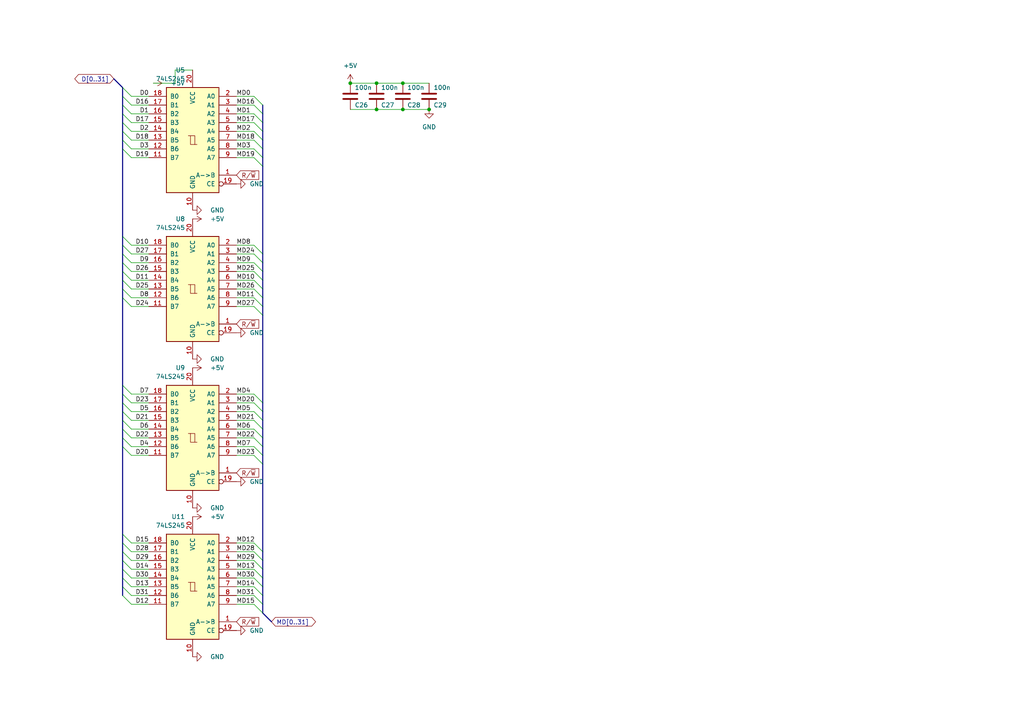
<source format=kicad_sch>
(kicad_sch (version 20231120) (generator "eeschema") (generator_version "8.0")
  (paper "A4")
  (lib_symbols
    (symbol "74xx:74LS245" (pin_names (offset 1.016))
      (property "Reference" "U" (at -7.62 16.51 0))
      (property "Value" "74LS245" (at -7.62 -16.51 0))
      (symbol "74LS245_1_0"
        (polyline (pts (xy -0.635 -1.27) (xy -0.635 1.27) (xy 0.635 1.27)))
        (polyline (pts (xy -1.27 -1.27) (xy 0.635 -1.27) (xy 0.635 1.27) (xy 1.27 1.27)))
        (pin input line (at -12.7 -10.16 0) (length 5.08) (name "A->B") (number "1"))
        (pin power_in line (at 0 -20.32 90) (length 5.08) (name "GND") (number "10"))
        (pin tri_state line (at 12.7 -5.08 180) (length 5.08) (name "B7") (number "11"))
        (pin tri_state line (at 12.7 -2.54 180) (length 5.08) (name "B6") (number "12"))
        (pin tri_state line (at 12.7 0 180) (length 5.08) (name "B5") (number "13"))
        (pin tri_state line (at 12.7 2.54 180) (length 5.08) (name "B4") (number "14"))
        (pin tri_state line (at 12.7 5.08 180) (length 5.08) (name "B3") (number "15"))
        (pin tri_state line (at 12.7 7.62 180) (length 5.08) (name "B2") (number "16"))
        (pin tri_state line (at 12.7 10.16 180) (length 5.08) (name "B1") (number "17"))
        (pin tri_state line (at 12.7 12.7 180) (length 5.08) (name "B0") (number "18"))
        (pin input inverted (at -12.7 -12.7 0) (length 5.08) (name "CE") (number "19"))
        (pin tri_state line (at -12.7 12.7 0) (length 5.08) (name "A0") (number "2"))
        (pin power_in line (at 0 20.32 270) (length 5.08) (name "VCC") (number "20"))
        (pin tri_state line (at -12.7 10.16 0) (length 5.08) (name "A1") (number "3"))
        (pin tri_state line (at -12.7 7.62 0) (length 5.08) (name "A2") (number "4"))
        (pin tri_state line (at -12.7 5.08 0) (length 5.08) (name "A3") (number "5"))
        (pin tri_state line (at -12.7 2.54 0) (length 5.08) (name "A4") (number "6"))
        (pin tri_state line (at -12.7 0 0) (length 5.08) (name "A5") (number "7"))
        (pin tri_state line (at -12.7 -2.54 0) (length 5.08) (name "A6") (number "8"))
        (pin tri_state line (at -12.7 -5.08 0) (length 5.08) (name "A7") (number "9"))
      )
      (symbol "74LS245_1_1"
        (rectangle (start -7.62 15.24) (end 7.62 -15.24) (stroke (width 0.254)) (fill (type background)))
      )
    )
    (symbol "Device:C" (pin_numbers hide) (pin_names (offset 0.254))
      (property "Reference" "C" (at 0.635 2.54 0))
      (property "Value" "C" (at 0.635 -2.54 0))
      (symbol "C_0_1"
        (polyline (pts (xy -2.032 -0.762) (xy 2.032 -0.762)) (stroke (width 0.508)))
        (polyline (pts (xy -2.032 0.762) (xy 2.032 0.762)) (stroke (width 0.508)))
      )
      (symbol "C_1_1"
        (pin passive line (at 0 3.81 270) (length 2.794) (name "~") (number "1"))
        (pin passive line (at 0 -3.81 90) (length 2.794) (name "~") (number "2"))
      )
    )
    (symbol "power:+5V" (power) (pin_names (offset 0))
      (property "Value" "+5V" (at 0 3.556 0))
      (symbol "+5V_0_1"
        (polyline (pts (xy -0.762 1.27) (xy 0 2.54)))
        (polyline (pts (xy 0 0) (xy 0 2.54)))
        (polyline (pts (xy 0 2.54) (xy 0.762 1.27)))
      )
      (symbol "+5V_1_1"
        (pin power_in line (at 0 0 90) (length 0) hide (name "+5V") (number "1"))
      )
    )
    (symbol "power:GND" (power) (pin_names (offset 0))
      (property "Value" "GND" (at 0 -3.81 0))
      (symbol "GND_0_1"
        (polyline (pts (xy 0 0) (xy 0 -1.27) (xy 1.27 -1.27) (xy 0 -2.54) (xy -1.27 -1.27) (xy 0 -1.27)))
      )
      (symbol "GND_1_1"
        (pin power_in line (at 0 0 270) (length 0) hide (name "GND") (number "1"))
      )
    )
  )
  (junction (at 116.84 24.13))
  (junction (at 109.22 31.75))
  (junction (at 116.84 31.75))
  (junction (at 101.6 24.13))
  (junction (at 124.46 31.75))
  (junction (at 109.22 24.13))
  (bus_entry (at 38.1 116.84) (size -2.54 -2.54))
  (bus_entry (at 73.66 119.38) (size 2.54 2.54))
  (bus_entry (at 73.66 30.48) (size 2.54 2.54))
  (bus_entry (at 38.1 132.08) (size -2.54 -2.54))
  (bus_entry (at 73.66 160.02) (size 2.54 2.54))
  (bus_entry (at 73.66 83.82) (size 2.54 2.54))
  (bus_entry (at 38.1 81.28) (size -2.54 -2.54))
  (bus_entry (at 38.1 76.2) (size -2.54 -2.54))
  (bus_entry (at 38.1 119.38) (size -2.54 -2.54))
  (bus_entry (at 73.66 162.56) (size 2.54 2.54))
  (bus_entry (at 38.1 35.56) (size -2.54 -2.54))
  (bus_entry (at 73.66 165.1) (size 2.54 2.54))
  (bus_entry (at 38.1 30.48) (size -2.54 -2.54))
  (bus_entry (at 38.1 175.26) (size -2.54 -2.54))
  (bus_entry (at 38.1 86.36) (size -2.54 -2.54))
  (bus_entry (at 73.66 167.64) (size 2.54 2.54))
  (bus_entry (at 38.1 78.74) (size -2.54 -2.54))
  (bus_entry (at 73.66 157.48) (size 2.54 2.54))
  (bus_entry (at 73.66 38.1) (size 2.54 2.54))
  (bus_entry (at 38.1 71.12) (size -2.54 -2.54))
  (bus_entry (at 38.1 43.18) (size -2.54 -2.54))
  (bus_entry (at 73.66 27.94) (size 2.54 2.54))
  (bus_entry (at 73.66 124.46) (size 2.54 2.54))
  (bus_entry (at 73.66 40.64) (size 2.54 2.54))
  (bus_entry (at 73.66 71.12) (size 2.54 2.54))
  (bus_entry (at 38.1 129.54) (size -2.54 -2.54))
  (bus_entry (at 73.66 129.54) (size 2.54 2.54))
  (bus_entry (at 38.1 73.66) (size -2.54 -2.54))
  (bus_entry (at 38.1 40.64) (size -2.54 -2.54))
  (bus_entry (at 38.1 172.72) (size -2.54 -2.54))
  (bus_entry (at 73.66 170.18) (size 2.54 2.54))
  (bus_entry (at 38.1 127) (size -2.54 -2.54))
  (bus_entry (at 73.66 114.3) (size 2.54 2.54))
  (bus_entry (at 38.1 170.18) (size -2.54 -2.54))
  (bus_entry (at 38.1 165.1) (size -2.54 -2.54))
  (bus_entry (at 38.1 124.46) (size -2.54 -2.54))
  (bus_entry (at 38.1 83.82) (size -2.54 -2.54))
  (bus_entry (at 38.1 88.9) (size -2.54 -2.54))
  (bus_entry (at 73.66 88.9) (size 2.54 2.54))
  (bus_entry (at 73.66 73.66) (size 2.54 2.54))
  (bus_entry (at 38.1 167.64) (size -2.54 -2.54))
  (bus_entry (at 38.1 114.3) (size -2.54 -2.54))
  (bus_entry (at 73.66 45.72) (size 2.54 2.54))
  (bus_entry (at 38.1 160.02) (size -2.54 -2.54))
  (bus_entry (at 73.66 33.02) (size 2.54 2.54))
  (bus_entry (at 73.66 43.18) (size 2.54 2.54))
  (bus_entry (at 38.1 45.72) (size -2.54 -2.54))
  (bus_entry (at 38.1 121.92) (size -2.54 -2.54))
  (bus_entry (at 73.66 127) (size 2.54 2.54))
  (bus_entry (at 73.66 172.72) (size 2.54 2.54))
  (bus_entry (at 73.66 76.2) (size 2.54 2.54))
  (bus_entry (at 73.66 78.74) (size 2.54 2.54))
  (bus_entry (at 38.1 33.02) (size -2.54 -2.54))
  (bus_entry (at 73.66 86.36) (size 2.54 2.54))
  (bus_entry (at 38.1 162.56) (size -2.54 -2.54))
  (bus_entry (at 73.66 132.08) (size 2.54 2.54))
  (bus_entry (at 38.1 38.1) (size -2.54 -2.54))
  (bus_entry (at 73.66 121.92) (size 2.54 2.54))
  (bus_entry (at 38.1 27.94) (size -2.54 -2.54))
  (bus_entry (at 73.66 116.84) (size 2.54 2.54))
  (bus_entry (at 73.66 35.56) (size 2.54 2.54))
  (bus_entry (at 73.66 175.26) (size 2.54 2.54))
  (bus_entry (at 38.1 157.48) (size -2.54 -2.54))
  (bus_entry (at 73.66 81.28) (size 2.54 2.54))
  (wire (pts (xy 38.1 27.94) (xy 43.18 27.94)))
  (wire (pts (xy 38.1 165.1) (xy 43.18 165.1)))
  (bus (pts (xy 35.56 81.28) (xy 35.56 83.82)))
  (wire (pts (xy 38.1 86.36) (xy 43.18 86.36)))
  (wire (pts (xy 73.66 124.46) (xy 68.58 124.46)))
  (wire (pts (xy 101.6 31.75) (xy 109.22 31.75)))
  (wire (pts (xy 73.66 165.1) (xy 68.58 165.1)))
  (bus (pts (xy 76.2 38.1) (xy 76.2 40.64)))
  (wire (pts (xy 73.66 35.56) (xy 68.58 35.56)))
  (wire (pts (xy 73.66 71.12) (xy 68.58 71.12)))
  (wire (pts (xy 73.66 78.74) (xy 68.58 78.74)))
  (wire (pts (xy 73.66 119.38) (xy 68.58 119.38)))
  (bus (pts (xy 35.56 27.94) (xy 35.56 30.48)))
  (wire (pts (xy 38.1 33.02) (xy 43.18 33.02)))
  (bus (pts (xy 35.56 127) (xy 35.56 129.54)))
  (wire (pts (xy 73.66 167.64) (xy 68.58 167.64)))
  (wire (pts (xy 116.84 31.75) (xy 124.46 31.75)))
  (bus (pts (xy 35.56 43.18) (xy 35.56 68.58)))
  (wire (pts (xy 73.66 83.82) (xy 68.58 83.82)))
  (wire (pts (xy 38.1 38.1) (xy 43.18 38.1)))
  (wire (pts (xy 73.66 132.08) (xy 68.58 132.08)))
  (bus (pts (xy 76.2 73.66) (xy 76.2 76.2)))
  (bus (pts (xy 76.2 162.56) (xy 76.2 165.1)))
  (wire (pts (xy 109.22 31.75) (xy 116.84 31.75)))
  (wire (pts (xy 73.66 172.72) (xy 68.58 172.72)))
  (wire (pts (xy 73.66 127) (xy 68.58 127)))
  (bus (pts (xy 35.56 78.74) (xy 35.56 81.28)))
  (wire (pts (xy 116.84 24.13) (xy 124.46 24.13)))
  (bus (pts (xy 35.56 38.1) (xy 35.56 40.64)))
  (wire (pts (xy 73.66 30.48) (xy 68.58 30.48)))
  (wire (pts (xy 38.1 129.54) (xy 43.18 129.54)))
  (bus (pts (xy 35.56 170.18) (xy 35.56 172.72)))
  (bus (pts (xy 76.2 30.48) (xy 76.2 33.02)))
  (bus (pts (xy 76.2 134.62) (xy 76.2 160.02)))
  (bus (pts (xy 35.56 68.58) (xy 35.56 71.12)))
  (bus (pts (xy 76.2 78.74) (xy 76.2 81.28)))
  (wire (pts (xy 38.1 157.48) (xy 43.18 157.48)))
  (bus (pts (xy 76.2 116.84) (xy 76.2 119.38)))
  (bus (pts (xy 76.2 35.56) (xy 76.2 38.1)))
  (wire (pts (xy 73.66 160.02) (xy 68.58 160.02)))
  (bus (pts (xy 35.56 114.3) (xy 35.56 116.84)))
  (bus (pts (xy 35.56 119.38) (xy 35.56 121.92)))
  (wire (pts (xy 73.66 170.18) (xy 68.58 170.18)))
  (bus (pts (xy 35.56 35.56) (xy 35.56 38.1)))
  (wire (pts (xy 73.66 33.02) (xy 68.58 33.02)))
  (wire (pts (xy 38.1 71.12) (xy 43.18 71.12)))
  (bus (pts (xy 76.2 175.26) (xy 76.2 177.8)))
  (wire (pts (xy 73.66 73.66) (xy 68.58 73.66)))
  (wire (pts (xy 38.1 76.2) (xy 43.18 76.2)))
  (wire (pts (xy 73.66 129.54) (xy 68.58 129.54)))
  (bus (pts (xy 76.2 119.38) (xy 76.2 121.92)))
  (bus (pts (xy 35.56 124.46) (xy 35.56 127)))
  (bus (pts (xy 76.2 88.9) (xy 76.2 91.44)))
  (wire (pts (xy 73.66 175.26) (xy 68.58 175.26)))
  (bus (pts (xy 35.56 121.92) (xy 35.56 124.46)))
  (bus (pts (xy 76.2 167.64) (xy 76.2 170.18)))
  (bus (pts (xy 35.56 157.48) (xy 35.56 160.02)))
  (bus (pts (xy 76.2 172.72) (xy 76.2 175.26)))
  (bus (pts (xy 35.56 30.48) (xy 35.56 33.02)))
  (bus (pts (xy 35.56 73.66) (xy 35.56 76.2)))
  (wire (pts (xy 38.1 78.74) (xy 43.18 78.74)))
  (wire (pts (xy 50.8 20.32) (xy 50.8 24.13)))
  (wire (pts (xy 38.1 167.64) (xy 43.18 167.64)))
  (bus (pts (xy 76.2 132.08) (xy 76.2 134.62)))
  (wire (pts (xy 38.1 121.92) (xy 43.18 121.92)))
  (bus (pts (xy 76.2 40.64) (xy 76.2 43.18)))
  (wire (pts (xy 73.66 45.72) (xy 68.58 45.72)))
  (bus (pts (xy 35.56 40.64) (xy 35.56 43.18)))
  (wire (pts (xy 38.1 127) (xy 43.18 127)))
  (wire (pts (xy 73.66 43.18) (xy 68.58 43.18)))
  (bus (pts (xy 76.2 81.28) (xy 76.2 83.82)))
  (wire (pts (xy 73.66 40.64) (xy 68.58 40.64)))
  (bus (pts (xy 35.56 167.64) (xy 35.56 170.18)))
  (wire (pts (xy 101.6 24.13) (xy 109.22 24.13)))
  (bus (pts (xy 35.56 33.02) (xy 35.56 35.56)))
  (wire (pts (xy 73.66 38.1) (xy 68.58 38.1)))
  (wire (pts (xy 38.1 81.28) (xy 43.18 81.28)))
  (wire (pts (xy 73.66 162.56) (xy 68.58 162.56)))
  (bus (pts (xy 76.2 83.82) (xy 76.2 86.36)))
  (bus (pts (xy 35.56 165.1) (xy 35.56 167.64)))
  (bus (pts (xy 76.2 160.02) (xy 76.2 162.56)))
  (wire (pts (xy 38.1 35.56) (xy 43.18 35.56)))
  (wire (pts (xy 38.1 40.64) (xy 43.18 40.64)))
  (bus (pts (xy 35.56 25.4) (xy 33.02 22.86)))
  (wire (pts (xy 38.1 116.84) (xy 43.18 116.84)))
  (wire (pts (xy 38.1 83.82) (xy 43.18 83.82)))
  (wire (pts (xy 38.1 175.26) (xy 43.18 175.26)))
  (wire (pts (xy 38.1 45.72) (xy 43.18 45.72)))
  (wire (pts (xy 38.1 88.9) (xy 43.18 88.9)))
  (bus (pts (xy 76.2 129.54) (xy 76.2 132.08)))
  (wire (pts (xy 38.1 132.08) (xy 43.18 132.08)))
  (bus (pts (xy 35.56 154.94) (xy 35.56 157.48)))
  (bus (pts (xy 76.2 121.92) (xy 76.2 124.46)))
  (bus (pts (xy 76.2 177.8) (xy 78.74 180.34)))
  (wire (pts (xy 55.88 20.32) (xy 50.8 20.32)))
  (bus (pts (xy 76.2 91.44) (xy 76.2 116.84)))
  (wire (pts (xy 38.1 30.48) (xy 43.18 30.48)))
  (wire (pts (xy 38.1 170.18) (xy 43.18 170.18)))
  (bus (pts (xy 76.2 45.72) (xy 76.2 48.26)))
  (bus (pts (xy 35.56 129.54) (xy 35.56 154.94)))
  (wire (pts (xy 73.66 81.28) (xy 68.58 81.28)))
  (bus (pts (xy 35.56 111.76) (xy 35.56 114.3)))
  (wire (pts (xy 73.66 121.92) (xy 68.58 121.92)))
  (wire (pts (xy 73.66 86.36) (xy 68.58 86.36)))
  (bus (pts (xy 76.2 127) (xy 76.2 129.54)))
  (wire (pts (xy 38.1 43.18) (xy 43.18 43.18)))
  (wire (pts (xy 38.1 119.38) (xy 43.18 119.38)))
  (wire (pts (xy 73.66 114.3) (xy 68.58 114.3)))
  (wire (pts (xy 73.66 27.94) (xy 68.58 27.94)))
  (bus (pts (xy 35.56 86.36) (xy 35.56 111.76)))
  (wire (pts (xy 38.1 73.66) (xy 43.18 73.66)))
  (wire (pts (xy 38.1 162.56) (xy 43.18 162.56)))
  (bus (pts (xy 35.56 162.56) (xy 35.56 165.1)))
  (bus (pts (xy 76.2 48.26) (xy 76.2 73.66)))
  (wire (pts (xy 38.1 160.02) (xy 43.18 160.02)))
  (bus (pts (xy 76.2 33.02) (xy 76.2 35.56)))
  (wire (pts (xy 50.8 24.13) (xy 44.45 24.13)))
  (bus (pts (xy 35.56 25.4) (xy 35.56 27.94)))
  (wire (pts (xy 109.22 24.13) (xy 116.84 24.13)))
  (bus (pts (xy 76.2 43.18) (xy 76.2 45.72)))
  (wire (pts (xy 38.1 124.46) (xy 43.18 124.46)))
  (bus (pts (xy 76.2 76.2) (xy 76.2 78.74)))
  (bus (pts (xy 35.56 83.82) (xy 35.56 86.36)))
  (wire (pts (xy 73.66 88.9) (xy 68.58 88.9)))
  (bus (pts (xy 76.2 165.1) (xy 76.2 167.64)))
  (bus (pts (xy 35.56 76.2) (xy 35.56 78.74)))
  (bus (pts (xy 35.56 160.02) (xy 35.56 162.56)))
  (bus (pts (xy 76.2 124.46) (xy 76.2 127)))
  (bus (pts (xy 76.2 170.18) (xy 76.2 172.72)))
  (bus (pts (xy 35.56 71.12) (xy 35.56 73.66)))
  (wire (pts (xy 38.1 114.3) (xy 43.18 114.3)))
  (wire (pts (xy 73.66 116.84) (xy 68.58 116.84)))
  (wire (pts (xy 73.66 76.2) (xy 68.58 76.2)))
  (bus (pts (xy 35.56 116.84) (xy 35.56 119.38)))
  (wire (pts (xy 73.66 157.48) (xy 68.58 157.48)))
  (wire (pts (xy 38.1 172.72) (xy 43.18 172.72)))
  (bus (pts (xy 76.2 86.36) (xy 76.2 88.9)))
  (label "D22" (at 43.18 127 180))
  (label "MD10" (at 68.58 81.28 0))
  (label "D31" (at 43.18 172.72 180))
  (label "MD1" (at 68.58 33.02 0))
  (label "D19" (at 43.18 45.72 180))
  (label "D25" (at 43.18 83.82 180))
  (label "D24" (at 43.18 88.9 180))
  (label "MD17" (at 68.58 35.56 0))
  (label "D8" (at 43.18 86.36 180))
  (label "D28" (at 43.18 160.02 180))
  (label "MD4" (at 68.58 114.3 0))
  (label "MD6" (at 68.58 124.46 0))
  (label "MD18" (at 68.58 40.64 0))
  (label "D27" (at 43.18 73.66 180))
  (label "MD16" (at 68.58 30.48 0))
  (label "MD22" (at 68.58 127 0))
  (label "MD14" (at 68.58 170.18 0))
  (label "MD25" (at 68.58 78.74 0))
  (label "MD21" (at 68.58 121.92 0))
  (label "D12" (at 43.18 175.26 180))
  (label "D3" (at 43.18 43.18 180))
  (label "MD27" (at 68.58 88.9 0))
  (label "D20" (at 43.18 132.08 180))
  (label "MD8" (at 68.58 71.12 0))
  (label "D30" (at 43.18 167.64 180))
  (label "MD31" (at 68.58 172.72 0))
  (label "MD24" (at 68.58 73.66 0))
  (label "D16" (at 43.18 30.48 180))
  (label "MD9" (at 68.58 76.2 0))
  (label "D5" (at 43.18 119.38 180))
  (label "MD23" (at 68.58 132.08 0))
  (label "MD5" (at 68.58 119.38 0))
  (label "D14" (at 43.18 165.1 180))
  (label "D18" (at 43.18 40.64 180))
  (label "MD0" (at 68.58 27.94 0))
  (label "MD29" (at 68.58 162.56 0))
  (label "D7" (at 43.18 114.3 180))
  (label "MD11" (at 68.58 86.36 0))
  (label "MD13" (at 68.58 165.1 0))
  (label "MD15" (at 68.58 175.26 0))
  (label "MD7" (at 68.58 129.54 0))
  (label "D15" (at 43.18 157.48 180))
  (label "D23" (at 43.18 116.84 180))
  (label "D17" (at 43.18 35.56 180))
  (label "D4" (at 43.18 129.54 180))
  (label "MD2" (at 68.58 38.1 0))
  (label "D29" (at 43.18 162.56 180))
  (label "D0" (at 43.18 27.94 180))
  (label "MD20" (at 68.58 116.84 0))
  (label "MD3" (at 68.58 43.18 0))
  (label "MD26" (at 68.58 83.82 0))
  (label "D21" (at 43.18 121.92 180))
  (label "D2" (at 43.18 38.1 180))
  (label "MD30" (at 68.58 167.64 0))
  (label "D6" (at 43.18 124.46 180))
  (label "D1" (at 43.18 33.02 180))
  (label "D26" (at 43.18 78.74 180))
  (label "D13" (at 43.18 170.18 180))
  (label "MD12" (at 68.58 157.48 0))
  (label "MD28" (at 68.58 160.02 0))
  (label "D9" (at 43.18 76.2 180))
  (label "D10" (at 43.18 71.12 180))
  (label "MD19" (at 68.58 45.72 0))
  (label "D11" (at 43.18 81.28 180))
  (global_label "R{slash}~{W}" (shape input) (at 68.58 137.16 0) (property "Intersheetrefs" "${INTERSHEET_REFS}" (effects (hide yes))))
  (global_label "D[0..31]" (shape bidirectional) (at 33.02 22.86 180) (property "Intersheetrefs" "${INTERSHEET_REFS}" (effects (hide yes))))
  (global_label "R{slash}~{W}" (shape input) (at 68.58 93.98 0) (property "Intersheetrefs" "${INTERSHEET_REFS}" (effects (hide yes))))
  (global_label "MD[0..31]" (shape bidirectional) (at 78.74 180.34 0) (property "Intersheetrefs" "${INTERSHEET_REFS}" (effects (hide yes))))
  (global_label "R{slash}~{W}" (shape input) (at 68.58 50.8 0) (property "Intersheetrefs" "${INTERSHEET_REFS}" (effects (hide yes))))
  (global_label "R{slash}~{W}" (shape input) (at 68.58 180.34 0) (property "Intersheetrefs" "${INTERSHEET_REFS}" (effects (hide yes))))
  (symbol (lib_id "Device:C") (at 109.22 27.94 0) (mirror x) (unit 1)
    (property "Reference" "C27" (at 110.49 30.48 0) (effects (justify left)))
    (property "Value" "100n" (at 110.49 25.4 0) (effects (justify left)))
    (property "Footprint" "Capacitor_THT:C_Disc_D4.3mm_W1.9mm_P5.00mm" (effects (hide yes)))
  )
  (symbol (lib_id "power:GND") (at 55.88 147.32 90) (unit 1)
    (property "Reference" "#PWR039" (effects (hide yes)))
    (property "Value" "GND" (at 60.96 147.32 90) (effects (justify right)))
  )
  (symbol (lib_id "power:+5V") (at 101.6 24.13 0) (unit 1)
    (property "Reference" "#PWR041" (effects (hide yes)))
    (property "Value" "+5V" (at 101.6 19.05 0))
  )
  (symbol (lib_id "power:GND") (at 68.58 139.7 90) (mirror x) (unit 1)
    (property "Reference" "#PWR037" (effects (hide yes)))
    (property "Value" "GND" (at 72.39 139.7 90) (effects (justify right)))
  )
  (symbol (lib_id "power:GND") (at 55.88 104.14 90) (unit 1)
    (property "Reference" "#PWR032" (effects (hide yes)))
    (property "Value" "GND" (at 60.96 104.14 90) (effects (justify right)))
  )
  (symbol (lib_id "Device:C") (at 101.6 27.94 0) (mirror x) (unit 1)
    (property "Reference" "C26" (at 102.87 30.48 0) (effects (justify left)))
    (property "Value" "100n" (at 102.87 25.4 0) (effects (justify left)))
    (property "Footprint" "Capacitor_THT:C_Disc_D4.3mm_W1.9mm_P5.00mm" (effects (hide yes)))
  )
  (symbol (lib_id "74xx:74LS245") (at 55.88 127 0) (mirror y) (unit 1)
    (property "Reference" "U9" (at 53.6859 106.68 0) (effects (justify left)))
    (property "Value" "74LS245" (at 53.6859 109.22 0) (effects (justify left)))
    (property "Footprint" "Package_DIP:DIP-20_W7.62mm_Socket" (effects (hide yes)))
    (property "Datasheet" "http://www.ti.com/lit/gpn/sn74LS245" (effects (hide yes)))
  )
  (symbol (lib_id "power:+5V") (at 55.88 63.5 270) (unit 1)
    (property "Reference" "#PWR028" (effects (hide yes)))
    (property "Value" "+5V" (at 60.96 63.5 90) (effects (justify left)))
  )
  (symbol (lib_id "power:+5V") (at 55.88 106.68 270) (unit 1)
    (property "Reference" "#PWR033" (effects (hide yes)))
    (property "Value" "+5V" (at 60.96 106.68 90) (effects (justify left)))
  )
  (symbol (lib_id "power:GND") (at 68.58 96.52 90) (mirror x) (unit 1)
    (property "Reference" "#PWR030" (effects (hide yes)))
    (property "Value" "GND" (at 72.39 96.52 90) (effects (justify right)))
  )
  (symbol (lib_id "74xx:74LS245") (at 55.88 83.82 0) (mirror y) (unit 1)
    (property "Reference" "U8" (at 53.6859 63.5 0) (effects (justify left)))
    (property "Value" "74LS245" (at 53.6859 66.04 0) (effects (justify left)))
    (property "Footprint" "Package_DIP:DIP-20_W7.62mm_Socket" (effects (hide yes)))
    (property "Datasheet" "http://www.ti.com/lit/gpn/sn74LS245" (effects (hide yes)))
  )
  (symbol (lib_id "Device:C") (at 116.84 27.94 0) (mirror x) (unit 1)
    (property "Reference" "C28" (at 118.11 30.48 0) (effects (justify left)))
    (property "Value" "100n" (at 118.11 25.4 0) (effects (justify left)))
    (property "Footprint" "Capacitor_THT:C_Disc_D4.3mm_W1.9mm_P5.00mm" (effects (hide yes)))
  )
  (symbol (lib_id "power:+5V") (at 44.45 24.13 270) (unit 1)
    (property "Reference" "#PWR025" (effects (hide yes)))
    (property "Value" "+5V" (at 49.53 24.13 90) (effects (justify left)))
  )
  (symbol (lib_id "power:GND") (at 68.58 182.88 90) (mirror x) (unit 1)
    (property "Reference" "#PWR043" (effects (hide yes)))
    (property "Value" "GND" (at 72.39 182.88 90) (effects (justify right)))
  )
  (symbol (lib_id "power:GND") (at 55.88 60.96 90) (unit 1)
    (property "Reference" "#PWR027" (effects (hide yes)))
    (property "Value" "GND" (at 60.96 60.96 90) (effects (justify right)))
  )
  (symbol (lib_id "Device:C") (at 124.46 27.94 0) (mirror x) (unit 1)
    (property "Reference" "C29" (at 125.73 30.48 0) (effects (justify left)))
    (property "Value" "100n" (at 125.73 25.4 0) (effects (justify left)))
    (property "Footprint" "Capacitor_THT:C_Disc_D4.3mm_W1.9mm_P5.00mm" (effects (hide yes)))
  )
  (symbol (lib_id "74xx:74LS245") (at 55.88 170.18 0) (mirror y) (unit 1)
    (property "Reference" "U11" (at 53.6859 149.86 0) (effects (justify left)))
    (property "Value" "74LS245" (at 53.6859 152.4 0) (effects (justify left)))
    (property "Footprint" "Package_DIP:DIP-20_W7.62mm_Socket" (effects (hide yes)))
    (property "Datasheet" "http://www.ti.com/lit/gpn/sn74LS245" (effects (hide yes)))
  )
  (symbol (lib_id "power:+5V") (at 55.88 149.86 270) (unit 1)
    (property "Reference" "#PWR040" (effects (hide yes)))
    (property "Value" "+5V" (at 60.96 149.86 90) (effects (justify left)))
  )
  (symbol (lib_id "power:GND") (at 124.46 31.75 0) (unit 1)
    (property "Reference" "#PWR042" (effects (hide yes)))
    (property "Value" "GND" (at 124.46 36.83 0))
  )
  (symbol (lib_id "74xx:74LS245") (at 55.88 40.64 0) (mirror y) (unit 1)
    (property "Reference" "U5" (at 53.6859 20.32 0) (effects (justify left)))
    (property "Value" "74LS245" (at 53.6859 22.86 0) (effects (justify left)))
    (property "Footprint" "Package_DIP:DIP-20_W7.62mm_Socket" (effects (hide yes)))
    (property "Datasheet" "http://www.ti.com/lit/gpn/sn74LS245" (effects (hide yes)))
  )
  (symbol (lib_id "power:GND") (at 55.88 190.5 90) (unit 1)
    (property "Reference" "#PWR045" (effects (hide yes)))
    (property "Value" "GND" (at 60.96 190.5 90) (effects (justify right)))
  )
  (symbol (lib_id "power:GND") (at 68.58 53.34 90) (mirror x) (unit 1)
    (property "Reference" "#PWR026" (effects (hide yes)))
    (property "Value" "GND" (at 72.39 53.34 90) (effects (justify right)))
  )
)
</source>
